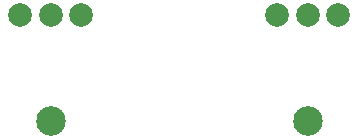
<source format=gbs>
G04*
G04 #@! TF.GenerationSoftware,Altium Limited,Altium Designer,19.1.5 (86)*
G04*
G04 Layer_Color=16711935*
%FSAX44Y44*%
%MOMM*%
G71*
G01*
G75*
%ADD13C,2.5040*%
%ADD14C,2.0040*%
D13*
X-00526222Y-00699280D02*
D03*
X-00743730D02*
D03*
D14*
X-00526222Y-00609280D02*
D03*
X-00500522D02*
D03*
X-00551922D02*
D03*
X-00769430D02*
D03*
X-00718030D02*
D03*
X-00743730D02*
D03*
M02*

</source>
